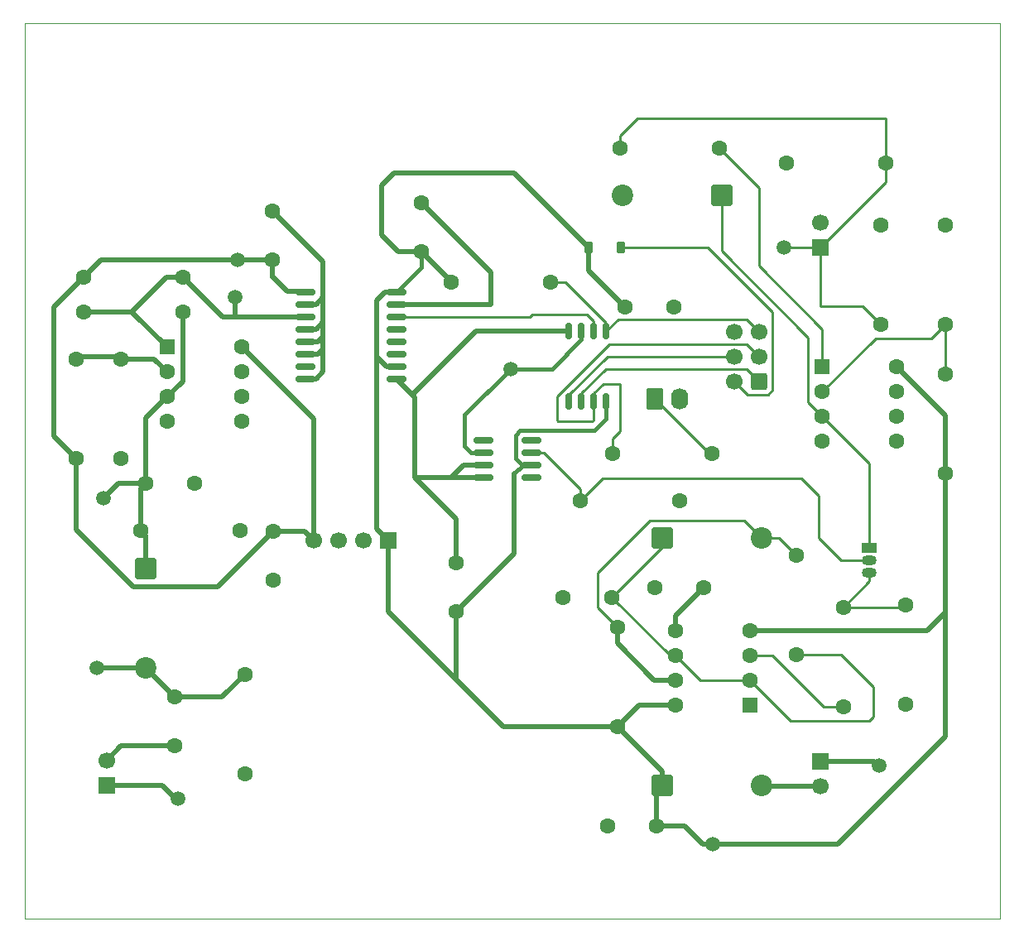
<source format=gtl>
G04 #@! TF.GenerationSoftware,KiCad,Pcbnew,9.0.4*
G04 #@! TF.CreationDate,2025-10-16T18:07:27-05:00*
G04 #@! TF.ProjectId,ece_445_low_power,6563655f-3434-4355-9f6c-6f775f706f77,rev?*
G04 #@! TF.SameCoordinates,Original*
G04 #@! TF.FileFunction,Copper,L1,Top*
G04 #@! TF.FilePolarity,Positive*
%FSLAX46Y46*%
G04 Gerber Fmt 4.6, Leading zero omitted, Abs format (unit mm)*
G04 Created by KiCad (PCBNEW 9.0.4) date 2025-10-16 18:07:27*
%MOMM*%
%LPD*%
G01*
G04 APERTURE LIST*
G04 Aperture macros list*
%AMRoundRect*
0 Rectangle with rounded corners*
0 $1 Rounding radius*
0 $2 $3 $4 $5 $6 $7 $8 $9 X,Y pos of 4 corners*
0 Add a 4 corners polygon primitive as box body*
4,1,4,$2,$3,$4,$5,$6,$7,$8,$9,$2,$3,0*
0 Add four circle primitives for the rounded corners*
1,1,$1+$1,$2,$3*
1,1,$1+$1,$4,$5*
1,1,$1+$1,$6,$7*
1,1,$1+$1,$8,$9*
0 Add four rect primitives between the rounded corners*
20,1,$1+$1,$2,$3,$4,$5,0*
20,1,$1+$1,$4,$5,$6,$7,0*
20,1,$1+$1,$6,$7,$8,$9,0*
20,1,$1+$1,$8,$9,$2,$3,0*%
G04 Aperture macros list end*
G04 #@! TA.AperFunction,ComponentPad*
%ADD10C,1.600000*%
G04 #@! TD*
G04 #@! TA.AperFunction,ComponentPad*
%ADD11R,1.700000X1.700000*%
G04 #@! TD*
G04 #@! TA.AperFunction,ComponentPad*
%ADD12C,1.700000*%
G04 #@! TD*
G04 #@! TA.AperFunction,SMDPad,CuDef*
%ADD13C,1.500000*%
G04 #@! TD*
G04 #@! TA.AperFunction,ComponentPad*
%ADD14RoundRect,0.250000X-0.550000X-0.550000X0.550000X-0.550000X0.550000X0.550000X-0.550000X0.550000X0*%
G04 #@! TD*
G04 #@! TA.AperFunction,SMDPad,CuDef*
%ADD15RoundRect,0.150000X-0.875000X-0.150000X0.875000X-0.150000X0.875000X0.150000X-0.875000X0.150000X0*%
G04 #@! TD*
G04 #@! TA.AperFunction,SMDPad,CuDef*
%ADD16RoundRect,0.150000X-0.825000X-0.150000X0.825000X-0.150000X0.825000X0.150000X-0.825000X0.150000X0*%
G04 #@! TD*
G04 #@! TA.AperFunction,SMDPad,CuDef*
%ADD17RoundRect,0.162500X-0.162500X0.650000X-0.162500X-0.650000X0.162500X-0.650000X0.162500X0.650000X0*%
G04 #@! TD*
G04 #@! TA.AperFunction,SMDPad,CuDef*
%ADD18RoundRect,0.225000X-0.225000X-0.375000X0.225000X-0.375000X0.225000X0.375000X-0.225000X0.375000X0*%
G04 #@! TD*
G04 #@! TA.AperFunction,ComponentPad*
%ADD19R,1.500000X1.050000*%
G04 #@! TD*
G04 #@! TA.AperFunction,ComponentPad*
%ADD20O,1.500000X1.050000*%
G04 #@! TD*
G04 #@! TA.AperFunction,ComponentPad*
%ADD21RoundRect,0.250000X-0.620000X-0.845000X0.620000X-0.845000X0.620000X0.845000X-0.620000X0.845000X0*%
G04 #@! TD*
G04 #@! TA.AperFunction,ComponentPad*
%ADD22O,1.740000X2.190000*%
G04 #@! TD*
G04 #@! TA.AperFunction,ComponentPad*
%ADD23RoundRect,0.249999X0.850001X0.850001X-0.850001X0.850001X-0.850001X-0.850001X0.850001X-0.850001X0*%
G04 #@! TD*
G04 #@! TA.AperFunction,ComponentPad*
%ADD24C,2.200000*%
G04 #@! TD*
G04 #@! TA.AperFunction,ComponentPad*
%ADD25RoundRect,0.249999X-0.850001X-0.850001X0.850001X-0.850001X0.850001X0.850001X-0.850001X0.850001X0*%
G04 #@! TD*
G04 #@! TA.AperFunction,ComponentPad*
%ADD26RoundRect,0.250000X0.550000X0.550000X-0.550000X0.550000X-0.550000X-0.550000X0.550000X-0.550000X0*%
G04 #@! TD*
G04 #@! TA.AperFunction,ComponentPad*
%ADD27RoundRect,0.250000X0.600000X0.600000X-0.600000X0.600000X-0.600000X-0.600000X0.600000X-0.600000X0*%
G04 #@! TD*
G04 #@! TA.AperFunction,ComponentPad*
%ADD28RoundRect,0.249999X-0.850001X0.850001X-0.850001X-0.850001X0.850001X-0.850001X0.850001X0.850001X0*%
G04 #@! TD*
G04 #@! TA.AperFunction,Conductor*
%ADD29C,0.254000*%
G04 #@! TD*
G04 #@! TA.AperFunction,Conductor*
%ADD30C,0.508000*%
G04 #@! TD*
G04 #@! TA.AperFunction,Conductor*
%ADD31C,0.381000*%
G04 #@! TD*
G04 #@! TA.AperFunction,Profile*
%ADD32C,0.050000*%
G04 #@! TD*
G04 APERTURE END LIST*
D10*
X157734000Y-98258000D03*
X157734000Y-93258000D03*
X191516000Y-52324000D03*
X201676000Y-52324000D03*
X201168000Y-68834000D03*
X201168000Y-58674000D03*
X184658000Y-50800000D03*
X174498000Y-50800000D03*
X207772000Y-68834000D03*
X207772000Y-58674000D03*
X207772000Y-84074000D03*
X207772000Y-73914000D03*
X203708000Y-107696000D03*
X203708000Y-97536000D03*
X197358000Y-97790000D03*
X197358000Y-107950000D03*
X192532000Y-92456000D03*
X192532000Y-102616000D03*
X157226000Y-64516000D03*
X167386000Y-64516000D03*
X173752000Y-82042000D03*
X183912000Y-82042000D03*
X119634000Y-64008000D03*
X129794000Y-64008000D03*
X129794000Y-67564000D03*
X119634000Y-67564000D03*
X118872000Y-82550000D03*
X118872000Y-72390000D03*
X123444000Y-72390000D03*
X123444000Y-82550000D03*
X125476000Y-89916000D03*
X135636000Y-89916000D03*
X136144000Y-104648000D03*
X136144000Y-114808000D03*
X178094000Y-95758000D03*
X183094000Y-95758000D03*
X173696000Y-96774000D03*
X168696000Y-96774000D03*
X180046000Y-67056000D03*
X175046000Y-67056000D03*
X178268000Y-120142000D03*
X173268000Y-120142000D03*
X154178000Y-61428000D03*
X154178000Y-56428000D03*
X138938000Y-62230000D03*
X138938000Y-57230000D03*
X139000000Y-95037500D03*
X139000000Y-90037500D03*
X126024000Y-85090000D03*
X131024000Y-85090000D03*
X129000000Y-112000000D03*
X129000000Y-107000000D03*
D11*
X122000000Y-116000000D03*
D12*
X122000000Y-113460000D03*
D11*
X150810000Y-91000000D03*
D12*
X148270000Y-91000000D03*
X145730000Y-91000000D03*
X143190000Y-91000000D03*
D13*
X129286000Y-117348000D03*
D14*
X128195000Y-71190000D03*
D10*
X128195000Y-73730000D03*
X128195000Y-76270000D03*
X128195000Y-78810000D03*
X135815000Y-78810000D03*
X135815000Y-76270000D03*
X135815000Y-73730000D03*
X135815000Y-71190000D03*
D15*
X142350000Y-65555000D03*
X142350000Y-66825000D03*
X142350000Y-68095000D03*
X142350000Y-69365000D03*
X142350000Y-70635000D03*
X142350000Y-71905000D03*
X142350000Y-73175000D03*
X142350000Y-74445000D03*
X151650000Y-74445000D03*
X151650000Y-73175000D03*
X151650000Y-71905000D03*
X151650000Y-70635000D03*
X151650000Y-69365000D03*
X151650000Y-68095000D03*
X151650000Y-66825000D03*
X151650000Y-65555000D03*
D14*
X195195000Y-73190000D03*
D10*
X195195000Y-75730000D03*
X195195000Y-78270000D03*
X195195000Y-80810000D03*
X202815000Y-80810000D03*
X202815000Y-78270000D03*
X202815000Y-75730000D03*
X202815000Y-73190000D03*
D16*
X160525000Y-80730000D03*
X160525000Y-82000000D03*
X160525000Y-83270000D03*
X160525000Y-84540000D03*
X165475000Y-84540000D03*
X165475000Y-83270000D03*
X165475000Y-82000000D03*
X165475000Y-80730000D03*
D17*
X173101000Y-69564500D03*
X171831000Y-69564500D03*
X170561000Y-69564500D03*
X169291000Y-69564500D03*
X169291000Y-76739500D03*
X170561000Y-76739500D03*
X171831000Y-76739500D03*
X173101000Y-76739500D03*
D18*
X171324000Y-60960000D03*
X174624000Y-60960000D03*
D19*
X200000000Y-91730000D03*
D20*
X200000000Y-93000000D03*
X200000000Y-94270000D03*
D11*
X195000000Y-61000000D03*
D12*
X195000000Y-58460000D03*
D13*
X201000000Y-114000000D03*
X135128000Y-66040000D03*
D21*
X178054000Y-76454000D03*
D22*
X180594000Y-76454000D03*
D13*
X184000000Y-122000000D03*
D23*
X184912000Y-55626000D03*
D24*
X174752000Y-55626000D03*
D13*
X121666000Y-86614000D03*
D25*
X178840000Y-116000000D03*
D24*
X189000000Y-116000000D03*
D13*
X135382000Y-62230000D03*
D26*
X187805000Y-107810000D03*
D10*
X187805000Y-105270000D03*
X187805000Y-102730000D03*
X187805000Y-100190000D03*
X180185000Y-100190000D03*
X180185000Y-102730000D03*
X180185000Y-105270000D03*
X180185000Y-107810000D03*
D27*
X188722000Y-74676000D03*
D12*
X186182000Y-74676000D03*
X188722000Y-72136000D03*
X186182000Y-72136000D03*
X188722000Y-69596000D03*
X186182000Y-69596000D03*
D11*
X195000000Y-113533000D03*
D12*
X195000000Y-116073000D03*
D13*
X163322000Y-73406000D03*
D28*
X126000000Y-93840000D03*
D24*
X126000000Y-104000000D03*
D13*
X121000000Y-104000000D03*
D25*
X178816000Y-90678000D03*
D24*
X188976000Y-90678000D03*
D10*
X174244000Y-109982000D03*
X174244000Y-99822000D03*
D13*
X191262000Y-61000000D03*
D10*
X170450000Y-86868000D03*
X180610000Y-86868000D03*
D29*
X173218246Y-72136000D02*
X186182000Y-72136000D01*
D30*
X144138000Y-70117000D02*
X144138000Y-68627334D01*
X143400334Y-69365000D02*
X144138000Y-68627334D01*
X142350000Y-69365000D02*
X143400334Y-69365000D01*
X144138000Y-68627334D02*
X144138000Y-66087334D01*
X143400334Y-66825000D02*
X142350000Y-66825000D01*
X144138000Y-66087334D02*
X143400334Y-66825000D01*
D29*
X190106000Y-102730000D02*
X187805000Y-102730000D01*
X195326000Y-107950000D02*
X190106000Y-102730000D01*
X197358000Y-107950000D02*
X195326000Y-107950000D01*
D30*
X151852000Y-61428000D02*
X154178000Y-61428000D01*
X150114000Y-54610000D02*
X150114000Y-59690000D01*
X151384000Y-53340000D02*
X150114000Y-54610000D01*
X150114000Y-59690000D02*
X151852000Y-61428000D01*
X163704000Y-53340000D02*
X151384000Y-53340000D01*
X171324000Y-60960000D02*
X163704000Y-53340000D01*
X157734000Y-98258000D02*
X163683000Y-92309000D01*
X163683000Y-84151468D02*
X163683000Y-92309000D01*
D31*
X164564468Y-83270000D02*
X163683000Y-84151468D01*
X165475000Y-83270000D02*
X164564468Y-83270000D01*
X163800500Y-82570499D02*
X164500001Y-83270000D01*
X163800500Y-80223968D02*
X163800500Y-82570499D01*
X164293968Y-79730500D02*
X163800500Y-80223968D01*
X164500001Y-83270000D02*
X165475000Y-83270000D01*
D30*
X157734000Y-88746081D02*
X153527919Y-84540000D01*
X157734000Y-93258000D02*
X157734000Y-88746081D01*
X160525000Y-84540000D02*
X157226000Y-84540000D01*
X157734000Y-98258000D02*
X157734000Y-105156000D01*
X157734000Y-105156000D02*
X162560000Y-109982000D01*
X149582666Y-89772666D02*
X149582666Y-72158000D01*
X150810000Y-91000000D02*
X149582666Y-89772666D01*
D29*
X172736000Y-84582000D02*
X170450000Y-86868000D01*
X193040000Y-84582000D02*
X172736000Y-84582000D01*
X194818000Y-86360000D02*
X193040000Y-84582000D01*
X200000000Y-93000000D02*
X197140000Y-93000000D01*
X197140000Y-93000000D02*
X194818000Y-90678000D01*
X194818000Y-90678000D02*
X194818000Y-86360000D01*
D30*
X176416000Y-107810000D02*
X180185000Y-107810000D01*
X174244000Y-109982000D02*
X176416000Y-107810000D01*
X162560000Y-109982000D02*
X174244000Y-109982000D01*
X150810000Y-98232000D02*
X157734000Y-105156000D01*
X178840000Y-114578000D02*
X174244000Y-109982000D01*
X178840000Y-116000000D02*
X178840000Y-114578000D01*
X150810000Y-98232000D02*
X150810000Y-91000000D01*
X196770000Y-122000000D02*
X184000000Y-122000000D01*
X207772000Y-98298000D02*
X207772000Y-110998000D01*
X207772000Y-110998000D02*
X196770000Y-122000000D01*
D29*
X168910000Y-64516000D02*
X167386000Y-64516000D01*
X173101000Y-68707000D02*
X168910000Y-64516000D01*
X173101000Y-69564500D02*
X173101000Y-68707000D01*
D30*
X171324000Y-63334000D02*
X175046000Y-67056000D01*
X171324000Y-60960000D02*
X171324000Y-63334000D01*
X161290000Y-63540000D02*
X154178000Y-56428000D01*
X161290000Y-66802000D02*
X161290000Y-63540000D01*
X161267000Y-66825000D02*
X161290000Y-66802000D01*
X151650000Y-66825000D02*
X161267000Y-66825000D01*
D31*
X154178000Y-63027000D02*
X154178000Y-61428000D01*
X151650000Y-65555000D02*
X154178000Y-63027000D01*
D30*
X157226000Y-64516000D02*
X157226000Y-64476000D01*
X157226000Y-64476000D02*
X154178000Y-61428000D01*
X159797500Y-69564500D02*
X153283500Y-76078500D01*
X169291000Y-69564500D02*
X159797500Y-69564500D01*
X151650000Y-74445000D02*
X153283500Y-76078500D01*
X150431411Y-65555000D02*
X151650000Y-65555000D01*
X150599666Y-73175000D02*
X149582666Y-72158000D01*
X149582666Y-72158000D02*
X149582666Y-66403745D01*
X149582666Y-66403745D02*
X150431411Y-65555000D01*
X151650000Y-73175000D02*
X150599666Y-73175000D01*
X157226000Y-84540000D02*
X153527919Y-84540000D01*
X160525000Y-83270000D02*
X158496000Y-83270000D01*
X158496000Y-83270000D02*
X157226000Y-84540000D01*
X153527919Y-76322919D02*
X153527919Y-84540000D01*
X153283500Y-76078500D02*
X153527919Y-76322919D01*
X143607000Y-71905000D02*
X144138000Y-71374000D01*
X144138000Y-71374000D02*
X144138000Y-70117000D01*
X142350000Y-71905000D02*
X143607000Y-71905000D01*
X143620000Y-70635000D02*
X144138000Y-70117000D01*
X142350000Y-70635000D02*
X143620000Y-70635000D01*
X144138000Y-73707334D02*
X144138000Y-71374000D01*
X143400334Y-74445000D02*
X144138000Y-73707334D01*
X142350000Y-74445000D02*
X143400334Y-74445000D01*
X144138000Y-62430000D02*
X138938000Y-57230000D01*
X144138000Y-66087334D02*
X144138000Y-62430000D01*
X116586000Y-67056000D02*
X119634000Y-64008000D01*
X116586000Y-80264000D02*
X116586000Y-67056000D01*
X118872000Y-82550000D02*
X116586000Y-80264000D01*
X124723474Y-95703000D02*
X118872000Y-89851526D01*
X118872000Y-89851526D02*
X118872000Y-82550000D01*
X126024000Y-78441000D02*
X128195000Y-76270000D01*
X126024000Y-85090000D02*
X126024000Y-78441000D01*
X125476000Y-85638000D02*
X126024000Y-85090000D01*
X125476000Y-89916000D02*
X125476000Y-85638000D01*
X123190000Y-85090000D02*
X121666000Y-86614000D01*
X126024000Y-85090000D02*
X123190000Y-85090000D01*
X126000000Y-90440000D02*
X125476000Y-89916000D01*
X126000000Y-93840000D02*
X126000000Y-90440000D01*
X133334500Y-95703000D02*
X124723474Y-95703000D01*
X139000000Y-90037500D02*
X133334500Y-95703000D01*
X121412000Y-62230000D02*
X135382000Y-62230000D01*
X119634000Y-64008000D02*
X121412000Y-62230000D01*
X128125000Y-64008000D02*
X124569000Y-67564000D01*
X129794000Y-64008000D02*
X128125000Y-64008000D01*
X133881000Y-68095000D02*
X129794000Y-64008000D01*
X135128000Y-68095000D02*
X133881000Y-68095000D01*
X135128000Y-66040000D02*
X135128000Y-68095000D01*
X138938000Y-62230000D02*
X135382000Y-62230000D01*
X142350000Y-68095000D02*
X135128000Y-68095000D01*
X124569000Y-67564000D02*
X119634000Y-67564000D01*
X128195000Y-71190000D02*
X124569000Y-67564000D01*
X129794000Y-74671000D02*
X129794000Y-67564000D01*
X128195000Y-76270000D02*
X129794000Y-74671000D01*
D29*
X195000000Y-67000000D02*
X195000000Y-61000000D01*
X199334000Y-67000000D02*
X195000000Y-67000000D01*
X201168000Y-68834000D02*
X199334000Y-67000000D01*
X200655000Y-70270000D02*
X195195000Y-75730000D01*
X206336000Y-70270000D02*
X200655000Y-70270000D01*
X207772000Y-68834000D02*
X206336000Y-70270000D01*
X207772000Y-73914000D02*
X207772000Y-68834000D01*
D30*
X207772000Y-78147000D02*
X202815000Y-73190000D01*
X207772000Y-84074000D02*
X207772000Y-78147000D01*
X205880000Y-100190000D02*
X187805000Y-100190000D01*
X207772000Y-98298000D02*
X205880000Y-100190000D01*
X207772000Y-84074000D02*
X207772000Y-98298000D01*
D29*
X195000000Y-61000000D02*
X191262000Y-61000000D01*
X195195000Y-69342000D02*
X195195000Y-73190000D01*
X188722000Y-54864000D02*
X188722000Y-62869000D01*
X184658000Y-50800000D02*
X188722000Y-54864000D01*
X188722000Y-62869000D02*
X195195000Y-69342000D01*
X174498000Y-49530000D02*
X174498000Y-50800000D01*
X176276000Y-47752000D02*
X174498000Y-49530000D01*
X201676000Y-47752000D02*
X176276000Y-47752000D01*
X201676000Y-52324000D02*
X201676000Y-47752000D01*
X201676000Y-54324000D02*
X195000000Y-61000000D01*
X201676000Y-52324000D02*
X201676000Y-54324000D01*
X184912000Y-61335434D02*
X184912000Y-55626000D01*
X193759000Y-76834000D02*
X193759000Y-70182434D01*
X195195000Y-78270000D02*
X193759000Y-76834000D01*
X193759000Y-70182434D02*
X184912000Y-61335434D01*
D31*
X151650000Y-65555000D02*
X151650000Y-65520000D01*
D29*
X183642000Y-82042000D02*
X178054000Y-76454000D01*
X183912000Y-82042000D02*
X183642000Y-82042000D01*
X173752000Y-80534000D02*
X174498000Y-79788000D01*
X173752000Y-82042000D02*
X173752000Y-80534000D01*
X182725000Y-105270000D02*
X180185000Y-102730000D01*
X187805000Y-105270000D02*
X182725000Y-105270000D01*
X190754000Y-90678000D02*
X192532000Y-92456000D01*
X188976000Y-90678000D02*
X190754000Y-90678000D01*
X172260000Y-94274080D02*
X172260000Y-97838000D01*
X172260000Y-97838000D02*
X174244000Y-99822000D01*
X187240000Y-88942000D02*
X177592080Y-88942000D01*
X188976000Y-90678000D02*
X187240000Y-88942000D01*
X177592080Y-88942000D02*
X172260000Y-94274080D01*
D30*
X180185000Y-98667000D02*
X183094000Y-95758000D01*
X180185000Y-100190000D02*
X180185000Y-98667000D01*
D29*
X178816000Y-91654000D02*
X173696000Y-96774000D01*
X178816000Y-90678000D02*
X178816000Y-91654000D01*
X173696000Y-96774000D02*
X179652000Y-102730000D01*
X179652000Y-102730000D02*
X180185000Y-102730000D01*
X200406000Y-105918000D02*
X197104000Y-102616000D01*
X200406000Y-108966000D02*
X200406000Y-105918000D01*
X199986000Y-109386000D02*
X200406000Y-108966000D01*
X191921000Y-109386000D02*
X199986000Y-109386000D01*
X187805000Y-105270000D02*
X191921000Y-109386000D01*
X197104000Y-102616000D02*
X192532000Y-102616000D01*
X202946000Y-97790000D02*
X197358000Y-97790000D01*
X203200000Y-97536000D02*
X202946000Y-97790000D01*
X203708000Y-97536000D02*
X203200000Y-97536000D01*
X200000000Y-95148000D02*
X200000000Y-94270000D01*
X197358000Y-97790000D02*
X200000000Y-95148000D01*
D30*
X174244000Y-101502650D02*
X178011350Y-105270000D01*
X174244000Y-99822000D02*
X174244000Y-101502650D01*
X178011350Y-105270000D02*
X180185000Y-105270000D01*
X200533000Y-113533000D02*
X201000000Y-114000000D01*
X195000000Y-113533000D02*
X200533000Y-113533000D01*
X189235000Y-116073000D02*
X195000000Y-116073000D01*
X189230000Y-116078000D02*
X189235000Y-116073000D01*
X189152000Y-116000000D02*
X189230000Y-116078000D01*
X189000000Y-116000000D02*
X189152000Y-116000000D01*
X178268000Y-116572000D02*
X178840000Y-116000000D01*
X178268000Y-120142000D02*
X178268000Y-116572000D01*
X181102000Y-120142000D02*
X178268000Y-120142000D01*
X184000000Y-122000000D02*
X182960000Y-122000000D01*
X182960000Y-122000000D02*
X181102000Y-120142000D01*
X154178000Y-61468000D02*
X154432000Y-61722000D01*
X154178000Y-61428000D02*
X154178000Y-61468000D01*
X138938000Y-64008000D02*
X139005000Y-64075000D01*
X138938000Y-62230000D02*
X138938000Y-64008000D01*
X128195000Y-71190000D02*
X128086000Y-71190000D01*
X126855000Y-72390000D02*
X128195000Y-73730000D01*
X123444000Y-72390000D02*
X126855000Y-72390000D01*
X123190000Y-72136000D02*
X123444000Y-72390000D01*
X119634000Y-72136000D02*
X123190000Y-72136000D01*
X142227500Y-90037500D02*
X143190000Y-91000000D01*
X139000000Y-90037500D02*
X142227500Y-90037500D01*
X127684000Y-116000000D02*
X122000000Y-116000000D01*
X129032000Y-117348000D02*
X127684000Y-116000000D01*
X129286000Y-117348000D02*
X129032000Y-117348000D01*
X133792000Y-107000000D02*
X136144000Y-104648000D01*
X129000000Y-107000000D02*
X133792000Y-107000000D01*
X123460000Y-112000000D02*
X122000000Y-113460000D01*
X129000000Y-112000000D02*
X123460000Y-112000000D01*
D29*
X189643316Y-76035000D02*
X187541000Y-76035000D01*
X190081000Y-75597316D02*
X189643316Y-76035000D01*
X187541000Y-76035000D02*
X186182000Y-74676000D01*
X190081000Y-67583478D02*
X190081000Y-75597316D01*
X183457522Y-60960000D02*
X190081000Y-67583478D01*
X187490000Y-73444000D02*
X188722000Y-74676000D01*
X173044001Y-73444000D02*
X187490000Y-73444000D01*
X168076000Y-76200000D02*
X173372000Y-70904000D01*
X168076000Y-78668000D02*
X168076000Y-76200000D01*
X187490000Y-70904000D02*
X188722000Y-72136000D01*
X168148000Y-78740000D02*
X168076000Y-78668000D01*
X171831000Y-78613000D02*
X171704000Y-78740000D01*
X171831000Y-76739500D02*
X171831000Y-78613000D01*
X171704000Y-78740000D02*
X168148000Y-78740000D01*
X187490000Y-68364000D02*
X188722000Y-69596000D01*
X174301500Y-68364000D02*
X187490000Y-68364000D01*
X171831000Y-75927001D02*
X171831000Y-76739500D01*
X172828001Y-74930000D02*
X171831000Y-75927001D01*
X174498000Y-79788000D02*
X174498000Y-74930000D01*
X174498000Y-74930000D02*
X172828001Y-74930000D01*
D31*
X171882348Y-79730500D02*
X164293968Y-79730500D01*
X173101000Y-78511848D02*
X171882348Y-79730500D01*
X173101000Y-76739500D02*
X173101000Y-78511848D01*
X170561000Y-70376999D02*
X170561000Y-69564500D01*
X163322000Y-73406000D02*
X167531999Y-73406000D01*
X167531999Y-73406000D02*
X170561000Y-70376999D01*
D29*
X173218246Y-72136000D02*
X169291000Y-76063246D01*
X169291000Y-76063246D02*
X169291000Y-76739500D01*
D30*
X174822974Y-67075000D02*
X175000000Y-67075000D01*
D29*
X183457522Y-60960000D02*
X174624000Y-60960000D01*
X174301500Y-68364000D02*
X173101000Y-69564500D01*
X170561000Y-75927001D02*
X170561000Y-76739500D01*
X173044001Y-73444000D02*
X170561000Y-75927001D01*
X171831000Y-68529038D02*
X171831000Y-69564500D01*
X171163962Y-67862000D02*
X171831000Y-68529038D01*
X165291744Y-68095000D02*
X165524744Y-67862000D01*
X165524744Y-67862000D02*
X171163962Y-67862000D01*
X151650000Y-68095000D02*
X165291744Y-68095000D01*
D31*
X158596500Y-78131500D02*
X163322000Y-73406000D01*
X158596500Y-81341242D02*
X158596500Y-78131500D01*
X159255258Y-82000000D02*
X158596500Y-81341242D01*
X160525000Y-82000000D02*
X159255258Y-82000000D01*
D29*
X180185000Y-102730000D02*
X179464000Y-102730000D01*
D30*
X194460000Y-116000000D02*
X195000000Y-116540000D01*
X143190000Y-78535373D02*
X143190000Y-91000000D01*
X135844627Y-71190000D02*
X143190000Y-78535373D01*
X135815000Y-71190000D02*
X135844627Y-71190000D01*
X140438000Y-65508000D02*
X142350000Y-65508000D01*
X139005000Y-64075000D02*
X140438000Y-65508000D01*
X139000000Y-64075000D02*
X139005000Y-64075000D01*
X126000000Y-104000000D02*
X121000000Y-104000000D01*
X129000000Y-107000000D02*
X126000000Y-104000000D01*
D29*
X170450000Y-86868000D02*
X170450000Y-85736630D01*
X170450000Y-85736630D02*
X166713370Y-82000000D01*
X166713370Y-82000000D02*
X165475000Y-82000000D01*
X200000000Y-91730000D02*
X200000000Y-83075000D01*
X200000000Y-83075000D02*
X195195000Y-78270000D01*
X173372000Y-70904000D02*
X187490000Y-70904000D01*
D32*
X113614000Y-38011000D02*
X213360000Y-38011000D01*
X213360000Y-129629000D01*
X113614000Y-129629000D01*
X113614000Y-38011000D01*
M02*

</source>
